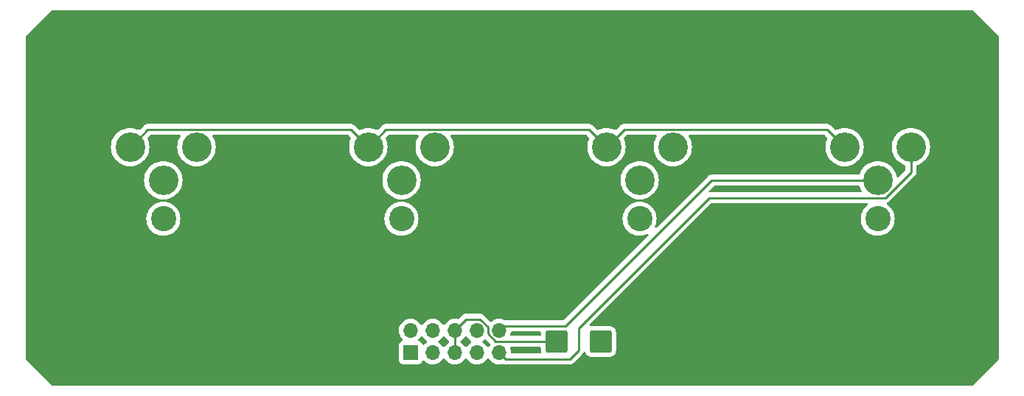
<source format=gbr>
%TF.GenerationSoftware,KiCad,Pcbnew,7.0.6*%
%TF.CreationDate,2023-11-23T12:55:46+01:00*%
%TF.ProjectId,xlrmale,786c726d-616c-4652-9e6b-696361645f70,1*%
%TF.SameCoordinates,Original*%
%TF.FileFunction,Copper,L2,Bot*%
%TF.FilePolarity,Positive*%
%FSLAX46Y46*%
G04 Gerber Fmt 4.6, Leading zero omitted, Abs format (unit mm)*
G04 Created by KiCad (PCBNEW 7.0.6) date 2023-11-23 12:55:46*
%MOMM*%
%LPD*%
G01*
G04 APERTURE LIST*
G04 Aperture macros list*
%AMRoundRect*
0 Rectangle with rounded corners*
0 $1 Rounding radius*
0 $2 $3 $4 $5 $6 $7 $8 $9 X,Y pos of 4 corners*
0 Add a 4 corners polygon primitive as box body*
4,1,4,$2,$3,$4,$5,$6,$7,$8,$9,$2,$3,0*
0 Add four circle primitives for the rounded corners*
1,1,$1+$1,$2,$3*
1,1,$1+$1,$4,$5*
1,1,$1+$1,$6,$7*
1,1,$1+$1,$8,$9*
0 Add four rect primitives between the rounded corners*
20,1,$1+$1,$2,$3,$4,$5,0*
20,1,$1+$1,$4,$5,$6,$7,0*
20,1,$1+$1,$6,$7,$8,$9,0*
20,1,$1+$1,$8,$9,$2,$3,0*%
G04 Aperture macros list end*
%TA.AperFunction,ComponentPad*%
%ADD10C,3.400000*%
%TD*%
%TA.AperFunction,ComponentPad*%
%ADD11C,2.900000*%
%TD*%
%TA.AperFunction,ComponentPad*%
%ADD12RoundRect,0.249999X-1.025001X-1.025001X1.025001X-1.025001X1.025001X1.025001X-1.025001X1.025001X0*%
%TD*%
%TA.AperFunction,ComponentPad*%
%ADD13R,1.700000X1.700000*%
%TD*%
%TA.AperFunction,ComponentPad*%
%ADD14O,1.700000X1.700000*%
%TD*%
%TA.AperFunction,Conductor*%
%ADD15C,0.250000*%
%TD*%
G04 APERTURE END LIST*
D10*
%TO.P,J14,1*%
%TO.N,N/C*%
X124460000Y-91948000D03*
%TO.P,J14,2*%
X132080000Y-91948000D03*
%TO.P,J14,3*%
X128270000Y-95758000D03*
D11*
%TO.P,J14,G*%
X128270000Y-100203000D03*
%TD*%
D12*
%TO.P,J2,1,Pin_1*%
%TO.N,N/C*%
X151130000Y-114300000D03*
%TD*%
D10*
%TO.P,J13,1*%
%TO.N,N/C*%
X97110000Y-91948000D03*
%TO.P,J13,2*%
X104730000Y-91948000D03*
%TO.P,J13,3*%
X100920000Y-95758000D03*
D11*
%TO.P,J13,G*%
X100920000Y-100203000D03*
%TD*%
D13*
%TO.P,J31,1,Pin_1*%
%TO.N,N/C*%
X129316000Y-115590000D03*
D14*
%TO.P,J31,2,Pin_2*%
X129316000Y-113050000D03*
%TO.P,J31,3,Pin_3*%
X131856000Y-115590000D03*
%TO.P,J31,4,Pin_4*%
X131856000Y-113050000D03*
%TO.P,J31,5,Pin_5*%
X134396000Y-115590000D03*
%TO.P,J31,6,Pin_6*%
X134396000Y-113050000D03*
%TO.P,J31,7,Pin_7*%
X136936000Y-115590000D03*
%TO.P,J31,8,Pin_8*%
X136936000Y-113050000D03*
%TO.P,J31,9,Pin_9*%
X139476000Y-115590000D03*
%TO.P,J31,10,Pin_10*%
X139476000Y-113050000D03*
%TD*%
D12*
%TO.P,J34,1,Pin_1*%
%TO.N,N/C*%
X146050000Y-114300000D03*
%TD*%
D10*
%TO.P,J16,1*%
%TO.N,N/C*%
X179160000Y-91948000D03*
%TO.P,J16,2*%
X186780000Y-91948000D03*
%TO.P,J16,3*%
X182970000Y-95758000D03*
D11*
%TO.P,J16,G*%
X182970000Y-100203000D03*
%TD*%
D10*
%TO.P,J15,1*%
%TO.N,N/C*%
X151810000Y-91948000D03*
%TO.P,J15,2*%
X159430000Y-91948000D03*
%TO.P,J15,3*%
X155620000Y-95758000D03*
D11*
%TO.P,J15,G*%
X155620000Y-100203000D03*
%TD*%
D15*
%TO.N,*%
X153835000Y-89923000D02*
X177135000Y-89923000D01*
X122435000Y-89923000D02*
X124460000Y-91948000D01*
X151810000Y-91948000D02*
X153835000Y-89923000D01*
X99135000Y-89923000D02*
X122435000Y-89923000D01*
X126485000Y-89923000D02*
X149785000Y-89923000D01*
X149785000Y-89923000D02*
X151810000Y-91948000D01*
X177135000Y-89923000D02*
X179160000Y-91948000D01*
X124460000Y-91948000D02*
X126485000Y-89923000D01*
X97110000Y-91948000D02*
X99135000Y-89923000D01*
X135686000Y-111760000D02*
X134396000Y-113050000D01*
X138176000Y-113411701D02*
X138176000Y-112628299D01*
X139064299Y-114300000D02*
X138176000Y-113411701D01*
X146050000Y-114300000D02*
X139064299Y-114300000D01*
X138176000Y-112628299D02*
X137307701Y-111760000D01*
X137307701Y-111760000D02*
X135686000Y-111760000D01*
X134396000Y-113050000D02*
X134396000Y-115590000D01*
X147135173Y-112522000D02*
X163899173Y-95758000D01*
X163899173Y-95758000D02*
X182970000Y-95758000D01*
X163583000Y-97783000D02*
X148590000Y-112776000D01*
X139476000Y-113050000D02*
X140004000Y-112522000D01*
X148590000Y-112776000D02*
X148590000Y-115316000D01*
X140004000Y-112522000D02*
X147135173Y-112522000D01*
X186780000Y-91948000D02*
X186780000Y-94811783D01*
X140218000Y-116332000D02*
X139476000Y-115590000D01*
X148590000Y-115316000D02*
X147574000Y-116332000D01*
X147574000Y-116332000D02*
X140218000Y-116332000D01*
X186780000Y-94811783D02*
X183808783Y-97783000D01*
X183808783Y-97783000D02*
X163583000Y-97783000D01*
%TD*%
%TA.AperFunction,NonConductor*%
G36*
X193866177Y-76220185D02*
G01*
X193886819Y-76236819D01*
X196813181Y-79163181D01*
X196846666Y-79224504D01*
X196849500Y-79250862D01*
X196849500Y-116329137D01*
X196829815Y-116396176D01*
X196813181Y-116416818D01*
X193886819Y-119343181D01*
X193825496Y-119376666D01*
X193799138Y-119379500D01*
X88140862Y-119379500D01*
X88073823Y-119359815D01*
X88053181Y-119343181D01*
X85126819Y-116416819D01*
X85093334Y-116355496D01*
X85090500Y-116329138D01*
X85090500Y-113050000D01*
X127960341Y-113050000D01*
X127980936Y-113285403D01*
X127980938Y-113285413D01*
X128042094Y-113513655D01*
X128042096Y-113513659D01*
X128042097Y-113513663D01*
X128111871Y-113663294D01*
X128141965Y-113727830D01*
X128141967Y-113727834D01*
X128250281Y-113882521D01*
X128277504Y-113921400D01*
X128277506Y-113921402D01*
X128399430Y-114043326D01*
X128432915Y-114104649D01*
X128427931Y-114174341D01*
X128386059Y-114230274D01*
X128355083Y-114247189D01*
X128223669Y-114296203D01*
X128223664Y-114296206D01*
X128108455Y-114382452D01*
X128108452Y-114382455D01*
X128022206Y-114497664D01*
X128022202Y-114497671D01*
X127971908Y-114632517D01*
X127965501Y-114692116D01*
X127965500Y-114692135D01*
X127965500Y-116487870D01*
X127965501Y-116487876D01*
X127971908Y-116547483D01*
X128022202Y-116682328D01*
X128022206Y-116682335D01*
X128108452Y-116797544D01*
X128108455Y-116797547D01*
X128223664Y-116883793D01*
X128223671Y-116883797D01*
X128358517Y-116934091D01*
X128358516Y-116934091D01*
X128365444Y-116934835D01*
X128418127Y-116940500D01*
X130213872Y-116940499D01*
X130273483Y-116934091D01*
X130408331Y-116883796D01*
X130523546Y-116797546D01*
X130609796Y-116682331D01*
X130658810Y-116550916D01*
X130700681Y-116494984D01*
X130766145Y-116470566D01*
X130834418Y-116485417D01*
X130862673Y-116506569D01*
X130984599Y-116628495D01*
X131081384Y-116696264D01*
X131178165Y-116764032D01*
X131178167Y-116764033D01*
X131178170Y-116764035D01*
X131392337Y-116863903D01*
X131620592Y-116925063D01*
X131797034Y-116940500D01*
X131855999Y-116945659D01*
X131856000Y-116945659D01*
X131856001Y-116945659D01*
X131914966Y-116940500D01*
X132091408Y-116925063D01*
X132319663Y-116863903D01*
X132533830Y-116764035D01*
X132727401Y-116628495D01*
X132894495Y-116461401D01*
X133024426Y-116275840D01*
X133079001Y-116232217D01*
X133148499Y-116225023D01*
X133210854Y-116256546D01*
X133227574Y-116275841D01*
X133357505Y-116461401D01*
X133524599Y-116628495D01*
X133621384Y-116696264D01*
X133718165Y-116764032D01*
X133718167Y-116764033D01*
X133718170Y-116764035D01*
X133932337Y-116863903D01*
X134160592Y-116925063D01*
X134337034Y-116940500D01*
X134395999Y-116945659D01*
X134396000Y-116945659D01*
X134396001Y-116945659D01*
X134454966Y-116940500D01*
X134631408Y-116925063D01*
X134859663Y-116863903D01*
X135073830Y-116764035D01*
X135267401Y-116628495D01*
X135434495Y-116461401D01*
X135564426Y-116275841D01*
X135619002Y-116232217D01*
X135688500Y-116225023D01*
X135750855Y-116256546D01*
X135767575Y-116275842D01*
X135866287Y-116416818D01*
X135897505Y-116461401D01*
X136064599Y-116628495D01*
X136161384Y-116696265D01*
X136258165Y-116764032D01*
X136258167Y-116764033D01*
X136258170Y-116764035D01*
X136472337Y-116863903D01*
X136700592Y-116925063D01*
X136877034Y-116940500D01*
X136935999Y-116945659D01*
X136936000Y-116945659D01*
X136936001Y-116945659D01*
X136994966Y-116940500D01*
X137171408Y-116925063D01*
X137399663Y-116863903D01*
X137613830Y-116764035D01*
X137807401Y-116628495D01*
X137974495Y-116461401D01*
X138104426Y-116275841D01*
X138159002Y-116232217D01*
X138228500Y-116225023D01*
X138290855Y-116256546D01*
X138307575Y-116275842D01*
X138406287Y-116416818D01*
X138437505Y-116461401D01*
X138604599Y-116628495D01*
X138701384Y-116696265D01*
X138798165Y-116764032D01*
X138798167Y-116764033D01*
X138798170Y-116764035D01*
X139012337Y-116863903D01*
X139240592Y-116925063D01*
X139417034Y-116940500D01*
X139475999Y-116945659D01*
X139476000Y-116945659D01*
X139476001Y-116945659D01*
X139534966Y-116940500D01*
X139711408Y-116925063D01*
X139856206Y-116886264D01*
X139926055Y-116887927D01*
X139948037Y-116897377D01*
X139985908Y-116918197D01*
X140005316Y-116923180D01*
X140023717Y-116929480D01*
X140042104Y-116937437D01*
X140085488Y-116944308D01*
X140088119Y-116944725D01*
X140093839Y-116945909D01*
X140138981Y-116957500D01*
X140159016Y-116957500D01*
X140178414Y-116959026D01*
X140198194Y-116962159D01*
X140198195Y-116962160D01*
X140198195Y-116962159D01*
X140198196Y-116962160D01*
X140244583Y-116957775D01*
X140250422Y-116957500D01*
X147491257Y-116957500D01*
X147506877Y-116959224D01*
X147506904Y-116958939D01*
X147514660Y-116959671D01*
X147514667Y-116959673D01*
X147583814Y-116957500D01*
X147613350Y-116957500D01*
X147620228Y-116956630D01*
X147626041Y-116956172D01*
X147672627Y-116954709D01*
X147691869Y-116949117D01*
X147710912Y-116945174D01*
X147730792Y-116942664D01*
X147774122Y-116925507D01*
X147779646Y-116923617D01*
X147783396Y-116922527D01*
X147824390Y-116910618D01*
X147841629Y-116900422D01*
X147859103Y-116891862D01*
X147877727Y-116884488D01*
X147877727Y-116884487D01*
X147877732Y-116884486D01*
X147915449Y-116857082D01*
X147920305Y-116853892D01*
X147960420Y-116830170D01*
X147974589Y-116815999D01*
X147989379Y-116803368D01*
X148005587Y-116791594D01*
X148035299Y-116755676D01*
X148039212Y-116751376D01*
X148973787Y-115816802D01*
X148986042Y-115806986D01*
X148985859Y-115806764D01*
X148991866Y-115801792D01*
X148991877Y-115801786D01*
X149022775Y-115768882D01*
X149039227Y-115751364D01*
X149049671Y-115740918D01*
X149060120Y-115730471D01*
X149064379Y-115724978D01*
X149068152Y-115720561D01*
X149100062Y-115686582D01*
X149109715Y-115669020D01*
X149120389Y-115652770D01*
X149132673Y-115636936D01*
X149151180Y-115594167D01*
X149153749Y-115588924D01*
X149171581Y-115556489D01*
X149221128Y-115507226D01*
X149289443Y-115492570D01*
X149354837Y-115517175D01*
X149396548Y-115573228D01*
X149397940Y-115577201D01*
X149409910Y-115613324D01*
X149420185Y-115644332D01*
X149420187Y-115644337D01*
X149438092Y-115673366D01*
X149512288Y-115793656D01*
X149636344Y-115917712D01*
X149785665Y-116009814D01*
X149952202Y-116064999D01*
X150054990Y-116075500D01*
X150054995Y-116075500D01*
X152205005Y-116075500D01*
X152205010Y-116075500D01*
X152307798Y-116064999D01*
X152474335Y-116009814D01*
X152623656Y-115917712D01*
X152747712Y-115793656D01*
X152839814Y-115644335D01*
X152894999Y-115477798D01*
X152905500Y-115375010D01*
X152905500Y-113224990D01*
X152894999Y-113122202D01*
X152839814Y-112955665D01*
X152747712Y-112806344D01*
X152623656Y-112682288D01*
X152474335Y-112590186D01*
X152307798Y-112535001D01*
X152307796Y-112535000D01*
X152205017Y-112524500D01*
X152205010Y-112524500D01*
X150054990Y-112524500D01*
X150054986Y-112524500D01*
X150054970Y-112524501D01*
X150035408Y-112526499D01*
X149966715Y-112513727D01*
X149915832Y-112465845D01*
X149898914Y-112398055D01*
X149921332Y-112331879D01*
X149935123Y-112315466D01*
X163805771Y-98444819D01*
X163867095Y-98411334D01*
X163893453Y-98408500D01*
X181739860Y-98408500D01*
X181806899Y-98428185D01*
X181852654Y-98480989D01*
X181862598Y-98550147D01*
X181833573Y-98613703D01*
X181814170Y-98631767D01*
X181689439Y-98725138D01*
X181689421Y-98725154D01*
X181492154Y-98922421D01*
X181492138Y-98922439D01*
X181324945Y-99145784D01*
X181324940Y-99145792D01*
X181191233Y-99390657D01*
X181191231Y-99390661D01*
X181093727Y-99652083D01*
X181034422Y-99924700D01*
X181014518Y-100202998D01*
X181014518Y-100203001D01*
X181034422Y-100481299D01*
X181093727Y-100753916D01*
X181093729Y-100753923D01*
X181154266Y-100916230D01*
X181191231Y-101015338D01*
X181191233Y-101015342D01*
X181324940Y-101260207D01*
X181324945Y-101260215D01*
X181492138Y-101483560D01*
X181492154Y-101483578D01*
X181689421Y-101680845D01*
X181689439Y-101680861D01*
X181912784Y-101848054D01*
X181912792Y-101848059D01*
X182157657Y-101981766D01*
X182157659Y-101981767D01*
X182157663Y-101981769D01*
X182419077Y-102079271D01*
X182510179Y-102099089D01*
X182691700Y-102138577D01*
X182691702Y-102138577D01*
X182691706Y-102138578D01*
X182939014Y-102156265D01*
X182969999Y-102158482D01*
X182970000Y-102158482D01*
X182970001Y-102158482D01*
X182997881Y-102156487D01*
X183248294Y-102138578D01*
X183520923Y-102079271D01*
X183782337Y-101981769D01*
X184027213Y-101848056D01*
X184250568Y-101680855D01*
X184447855Y-101483568D01*
X184615056Y-101260213D01*
X184748769Y-101015337D01*
X184846271Y-100753923D01*
X184905578Y-100481294D01*
X184925482Y-100203000D01*
X184905578Y-99924706D01*
X184846271Y-99652077D01*
X184748769Y-99390663D01*
X184615056Y-99145787D01*
X184615054Y-99145784D01*
X184447861Y-98922439D01*
X184447845Y-98922421D01*
X184250578Y-98725154D01*
X184250560Y-98725138D01*
X184043599Y-98570210D01*
X184001727Y-98514277D01*
X183996743Y-98444585D01*
X184030228Y-98383262D01*
X184054785Y-98364213D01*
X184059173Y-98361618D01*
X184076412Y-98351422D01*
X184093886Y-98342862D01*
X184112510Y-98335488D01*
X184112510Y-98335487D01*
X184112515Y-98335486D01*
X184150232Y-98308082D01*
X184155088Y-98304892D01*
X184195203Y-98281170D01*
X184209372Y-98266999D01*
X184224162Y-98254368D01*
X184240370Y-98242594D01*
X184270082Y-98206676D01*
X184273995Y-98202376D01*
X187163788Y-95312584D01*
X187176042Y-95302769D01*
X187175859Y-95302547D01*
X187181866Y-95297575D01*
X187181877Y-95297569D01*
X187217316Y-95259830D01*
X187229227Y-95247147D01*
X187239671Y-95236701D01*
X187250120Y-95226254D01*
X187254379Y-95220761D01*
X187258152Y-95216344D01*
X187290062Y-95182365D01*
X187299713Y-95164807D01*
X187310396Y-95148544D01*
X187322673Y-95132719D01*
X187341185Y-95089936D01*
X187343738Y-95084724D01*
X187366197Y-95043875D01*
X187371180Y-95024463D01*
X187377481Y-95006063D01*
X187385437Y-94987679D01*
X187392729Y-94941635D01*
X187393906Y-94935954D01*
X187405500Y-94890802D01*
X187405500Y-94870765D01*
X187407027Y-94851365D01*
X187410160Y-94831587D01*
X187405775Y-94785198D01*
X187405500Y-94779360D01*
X187405500Y-94148353D01*
X187425185Y-94081314D01*
X187477989Y-94035559D01*
X187489627Y-94030938D01*
X187623902Y-93985359D01*
X187882611Y-93857778D01*
X188122454Y-93697520D01*
X188339327Y-93507327D01*
X188529520Y-93290454D01*
X188689778Y-93050611D01*
X188817359Y-92791902D01*
X188910081Y-92518753D01*
X188966356Y-92235839D01*
X188985222Y-91948000D01*
X188966356Y-91660161D01*
X188910081Y-91377247D01*
X188817359Y-91104098D01*
X188689778Y-90845389D01*
X188529520Y-90605546D01*
X188490141Y-90560643D01*
X188339327Y-90388672D01*
X188122452Y-90198478D01*
X187882613Y-90038223D01*
X187882606Y-90038219D01*
X187623905Y-89910642D01*
X187350760Y-89817921D01*
X187350754Y-89817919D01*
X187350753Y-89817919D01*
X187350751Y-89817918D01*
X187350745Y-89817917D01*
X187067849Y-89761646D01*
X187067839Y-89761644D01*
X186780000Y-89742778D01*
X186779999Y-89742778D01*
X186636080Y-89752211D01*
X186492161Y-89761644D01*
X186492155Y-89761645D01*
X186492150Y-89761646D01*
X186209254Y-89817917D01*
X186209239Y-89817921D01*
X185936094Y-89910642D01*
X185677393Y-90038219D01*
X185677386Y-90038223D01*
X185437547Y-90198478D01*
X185220672Y-90388672D01*
X185030478Y-90605547D01*
X184870223Y-90845386D01*
X184870219Y-90845393D01*
X184742642Y-91104094D01*
X184649921Y-91377239D01*
X184649917Y-91377254D01*
X184593646Y-91660150D01*
X184593644Y-91660162D01*
X184574778Y-91947999D01*
X184593644Y-92235837D01*
X184593646Y-92235849D01*
X184649917Y-92518745D01*
X184649921Y-92518760D01*
X184742642Y-92791905D01*
X184870219Y-93050606D01*
X184870223Y-93050613D01*
X185030478Y-93290452D01*
X185220672Y-93507327D01*
X185437547Y-93697521D01*
X185677386Y-93857776D01*
X185677393Y-93857780D01*
X185936093Y-93985357D01*
X185936096Y-93985358D01*
X185936098Y-93985359D01*
X186070360Y-94030934D01*
X186127512Y-94071122D01*
X186153866Y-94135831D01*
X186154500Y-94148353D01*
X186154500Y-94501329D01*
X186134815Y-94568368D01*
X186118181Y-94589010D01*
X185333780Y-95373410D01*
X185272457Y-95406895D01*
X185202765Y-95401911D01*
X185146832Y-95360039D01*
X185124482Y-95309920D01*
X185100081Y-95187247D01*
X185007359Y-94914098D01*
X184879778Y-94655389D01*
X184835425Y-94589010D01*
X184719521Y-94415547D01*
X184529327Y-94198672D01*
X184312452Y-94008478D01*
X184072613Y-93848223D01*
X184072606Y-93848219D01*
X183813905Y-93720642D01*
X183540760Y-93627921D01*
X183540754Y-93627919D01*
X183540753Y-93627919D01*
X183540751Y-93627918D01*
X183540745Y-93627917D01*
X183257849Y-93571646D01*
X183257839Y-93571644D01*
X182970000Y-93552778D01*
X182682161Y-93571644D01*
X182682155Y-93571645D01*
X182682150Y-93571646D01*
X182399254Y-93627917D01*
X182399239Y-93627921D01*
X182126094Y-93720642D01*
X181867393Y-93848219D01*
X181867386Y-93848223D01*
X181627547Y-94008478D01*
X181410672Y-94198672D01*
X181220478Y-94415547D01*
X181060223Y-94655386D01*
X181060219Y-94655393D01*
X180932642Y-94914094D01*
X180887065Y-95048359D01*
X180846876Y-95105513D01*
X180782167Y-95131866D01*
X180769646Y-95132500D01*
X163981911Y-95132500D01*
X163966294Y-95130776D01*
X163966267Y-95131062D01*
X163958505Y-95130327D01*
X163889377Y-95132500D01*
X163859823Y-95132500D01*
X163859102Y-95132590D01*
X163852930Y-95133369D01*
X163847118Y-95133826D01*
X163800546Y-95135290D01*
X163800545Y-95135290D01*
X163781302Y-95140881D01*
X163762252Y-95144825D01*
X163742384Y-95147334D01*
X163742382Y-95147335D01*
X163699057Y-95164488D01*
X163693530Y-95166380D01*
X163648783Y-95179381D01*
X163648782Y-95179382D01*
X163631540Y-95189579D01*
X163614072Y-95198137D01*
X163595442Y-95205513D01*
X163595440Y-95205514D01*
X163557749Y-95232898D01*
X163552867Y-95236105D01*
X163512752Y-95259830D01*
X163498581Y-95274000D01*
X163483796Y-95286628D01*
X163467585Y-95298407D01*
X163437882Y-95334310D01*
X163433950Y-95338631D01*
X157577415Y-101195165D01*
X157516092Y-101228650D01*
X157446400Y-101223666D01*
X157390467Y-101181794D01*
X157366050Y-101116330D01*
X157380902Y-101048057D01*
X157398769Y-101015337D01*
X157496271Y-100753923D01*
X157555578Y-100481294D01*
X157575482Y-100203000D01*
X157555578Y-99924706D01*
X157496271Y-99652077D01*
X157398769Y-99390663D01*
X157265056Y-99145787D01*
X157265054Y-99145784D01*
X157097861Y-98922439D01*
X157097845Y-98922421D01*
X156900578Y-98725154D01*
X156900560Y-98725138D01*
X156677215Y-98557945D01*
X156677207Y-98557940D01*
X156432342Y-98424233D01*
X156432338Y-98424231D01*
X156301504Y-98375433D01*
X156170923Y-98326729D01*
X156170919Y-98326728D01*
X156170916Y-98326727D01*
X155898299Y-98267422D01*
X155620001Y-98247518D01*
X155619999Y-98247518D01*
X155341700Y-98267422D01*
X155069083Y-98326727D01*
X155069078Y-98326728D01*
X155069077Y-98326729D01*
X155025823Y-98342862D01*
X154807661Y-98424231D01*
X154807657Y-98424233D01*
X154562792Y-98557940D01*
X154562784Y-98557945D01*
X154339439Y-98725138D01*
X154339421Y-98725154D01*
X154142154Y-98922421D01*
X154142138Y-98922439D01*
X153974945Y-99145784D01*
X153974940Y-99145792D01*
X153841233Y-99390657D01*
X153841231Y-99390661D01*
X153743727Y-99652083D01*
X153684422Y-99924700D01*
X153664518Y-100202998D01*
X153664518Y-100203001D01*
X153684422Y-100481299D01*
X153743727Y-100753916D01*
X153743729Y-100753923D01*
X153804266Y-100916230D01*
X153841231Y-101015338D01*
X153841233Y-101015342D01*
X153974940Y-101260207D01*
X153974945Y-101260215D01*
X154142138Y-101483560D01*
X154142154Y-101483578D01*
X154339421Y-101680845D01*
X154339439Y-101680861D01*
X154562784Y-101848054D01*
X154562792Y-101848059D01*
X154807657Y-101981766D01*
X154807659Y-101981767D01*
X154807663Y-101981769D01*
X155069077Y-102079271D01*
X155160179Y-102099089D01*
X155341700Y-102138577D01*
X155341702Y-102138577D01*
X155341706Y-102138578D01*
X155589014Y-102156265D01*
X155619999Y-102158482D01*
X155620000Y-102158482D01*
X155620001Y-102158482D01*
X155647881Y-102156487D01*
X155898294Y-102138578D01*
X156170923Y-102079271D01*
X156432337Y-101981769D01*
X156465056Y-101963902D01*
X156533327Y-101949050D01*
X156598792Y-101973465D01*
X156640665Y-102029398D01*
X156645651Y-102099089D01*
X156612167Y-102160413D01*
X156612165Y-102160415D01*
X146912401Y-111860181D01*
X146851078Y-111893666D01*
X146824720Y-111896500D01*
X140222254Y-111896500D01*
X140158960Y-111877914D01*
X140158522Y-111878674D01*
X140155391Y-111876866D01*
X140155215Y-111876815D01*
X140154679Y-111876455D01*
X140153830Y-111875965D01*
X140119981Y-111860181D01*
X139939663Y-111776097D01*
X139939659Y-111776096D01*
X139939655Y-111776094D01*
X139711413Y-111714938D01*
X139711403Y-111714936D01*
X139476001Y-111694341D01*
X139475999Y-111694341D01*
X139240596Y-111714936D01*
X139240586Y-111714938D01*
X139012344Y-111776094D01*
X139012335Y-111776098D01*
X138798171Y-111875964D01*
X138798169Y-111875965D01*
X138604594Y-112011508D01*
X138604190Y-112011847D01*
X138603976Y-112011940D01*
X138600164Y-112014610D01*
X138599627Y-112013843D01*
X138540178Y-112039850D01*
X138471187Y-112028800D01*
X138436818Y-112004526D01*
X137808504Y-111376212D01*
X137798681Y-111363950D01*
X137798460Y-111364134D01*
X137793487Y-111358123D01*
X137774860Y-111340631D01*
X137743065Y-111310773D01*
X137732620Y-111300328D01*
X137722176Y-111289883D01*
X137716687Y-111285625D01*
X137712262Y-111281847D01*
X137678283Y-111249938D01*
X137678281Y-111249936D01*
X137678278Y-111249935D01*
X137660730Y-111240288D01*
X137644464Y-111229604D01*
X137628634Y-111217325D01*
X137585869Y-111198818D01*
X137580623Y-111196248D01*
X137539794Y-111173803D01*
X137539793Y-111173802D01*
X137520394Y-111168822D01*
X137501982Y-111162518D01*
X137483599Y-111154562D01*
X137483593Y-111154560D01*
X137437575Y-111147272D01*
X137431853Y-111146087D01*
X137386722Y-111134500D01*
X137386720Y-111134500D01*
X137366685Y-111134500D01*
X137347287Y-111132973D01*
X137339863Y-111131797D01*
X137327506Y-111129840D01*
X137327505Y-111129840D01*
X137281117Y-111134225D01*
X137275279Y-111134500D01*
X135768737Y-111134500D01*
X135753120Y-111132776D01*
X135753093Y-111133062D01*
X135745331Y-111132327D01*
X135676203Y-111134500D01*
X135646650Y-111134500D01*
X135645929Y-111134590D01*
X135639757Y-111135369D01*
X135633945Y-111135826D01*
X135587372Y-111137290D01*
X135587369Y-111137291D01*
X135568126Y-111142881D01*
X135549083Y-111146825D01*
X135529204Y-111149336D01*
X135529203Y-111149337D01*
X135485878Y-111166490D01*
X135480352Y-111168382D01*
X135435608Y-111181383D01*
X135435604Y-111181385D01*
X135418365Y-111191580D01*
X135400898Y-111200137D01*
X135382269Y-111207512D01*
X135382267Y-111207513D01*
X135344564Y-111234906D01*
X135339682Y-111238112D01*
X135299580Y-111261828D01*
X135285408Y-111276000D01*
X135270623Y-111288628D01*
X135254412Y-111300407D01*
X135224709Y-111336310D01*
X135220777Y-111340631D01*
X134851646Y-111709761D01*
X134790323Y-111743246D01*
X134731873Y-111741855D01*
X134631408Y-111714937D01*
X134396001Y-111694341D01*
X134395999Y-111694341D01*
X134160596Y-111714936D01*
X134160586Y-111714938D01*
X133932344Y-111776094D01*
X133932335Y-111776098D01*
X133718171Y-111875964D01*
X133718169Y-111875965D01*
X133524597Y-112011505D01*
X133357508Y-112178594D01*
X133227574Y-112364160D01*
X133172997Y-112407784D01*
X133103498Y-112414977D01*
X133041144Y-112383455D01*
X133024429Y-112364164D01*
X132894495Y-112178599D01*
X132894493Y-112178596D01*
X132727402Y-112011506D01*
X132727395Y-112011501D01*
X132533834Y-111875967D01*
X132533830Y-111875965D01*
X132499981Y-111860181D01*
X132319663Y-111776097D01*
X132319659Y-111776096D01*
X132319655Y-111776094D01*
X132091413Y-111714938D01*
X132091403Y-111714936D01*
X131856001Y-111694341D01*
X131855999Y-111694341D01*
X131620596Y-111714936D01*
X131620586Y-111714938D01*
X131392344Y-111776094D01*
X131392335Y-111776098D01*
X131178171Y-111875964D01*
X131178169Y-111875965D01*
X130984597Y-112011505D01*
X130817505Y-112178597D01*
X130687575Y-112364158D01*
X130632998Y-112407783D01*
X130563500Y-112414977D01*
X130501145Y-112383454D01*
X130484425Y-112364158D01*
X130354494Y-112178597D01*
X130187402Y-112011506D01*
X130187395Y-112011501D01*
X129993834Y-111875967D01*
X129993830Y-111875965D01*
X129959981Y-111860181D01*
X129779663Y-111776097D01*
X129779659Y-111776096D01*
X129779655Y-111776094D01*
X129551413Y-111714938D01*
X129551403Y-111714936D01*
X129316001Y-111694341D01*
X129315999Y-111694341D01*
X129080596Y-111714936D01*
X129080586Y-111714938D01*
X128852344Y-111776094D01*
X128852335Y-111776098D01*
X128638171Y-111875964D01*
X128638169Y-111875965D01*
X128444597Y-112011505D01*
X128277505Y-112178597D01*
X128141965Y-112372169D01*
X128141964Y-112372171D01*
X128042098Y-112586335D01*
X128042094Y-112586344D01*
X127980938Y-112814586D01*
X127980936Y-112814596D01*
X127960341Y-113049999D01*
X127960341Y-113050000D01*
X85090500Y-113050000D01*
X85090500Y-100203001D01*
X98964518Y-100203001D01*
X98984422Y-100481299D01*
X99043727Y-100753916D01*
X99043729Y-100753923D01*
X99104266Y-100916230D01*
X99141231Y-101015338D01*
X99141233Y-101015342D01*
X99274940Y-101260207D01*
X99274945Y-101260215D01*
X99442138Y-101483560D01*
X99442154Y-101483578D01*
X99639421Y-101680845D01*
X99639439Y-101680861D01*
X99862784Y-101848054D01*
X99862792Y-101848059D01*
X100107657Y-101981766D01*
X100107659Y-101981767D01*
X100107663Y-101981769D01*
X100369077Y-102079271D01*
X100460179Y-102099089D01*
X100641700Y-102138577D01*
X100641702Y-102138577D01*
X100641706Y-102138578D01*
X100889014Y-102156265D01*
X100919999Y-102158482D01*
X100920000Y-102158482D01*
X100920001Y-102158482D01*
X100947881Y-102156487D01*
X101198294Y-102138578D01*
X101470923Y-102079271D01*
X101732337Y-101981769D01*
X101977213Y-101848056D01*
X102200568Y-101680855D01*
X102397855Y-101483568D01*
X102565056Y-101260213D01*
X102698769Y-101015337D01*
X102796271Y-100753923D01*
X102855578Y-100481294D01*
X102875482Y-100203001D01*
X126314518Y-100203001D01*
X126334422Y-100481299D01*
X126393727Y-100753916D01*
X126393729Y-100753923D01*
X126454266Y-100916230D01*
X126491231Y-101015338D01*
X126491233Y-101015342D01*
X126624940Y-101260207D01*
X126624945Y-101260215D01*
X126792138Y-101483560D01*
X126792154Y-101483578D01*
X126989421Y-101680845D01*
X126989439Y-101680861D01*
X127212784Y-101848054D01*
X127212792Y-101848059D01*
X127457657Y-101981766D01*
X127457659Y-101981767D01*
X127457663Y-101981769D01*
X127719077Y-102079271D01*
X127810179Y-102099089D01*
X127991700Y-102138577D01*
X127991702Y-102138577D01*
X127991706Y-102138578D01*
X128239014Y-102156265D01*
X128269999Y-102158482D01*
X128270000Y-102158482D01*
X128270001Y-102158482D01*
X128297881Y-102156487D01*
X128548294Y-102138578D01*
X128820923Y-102079271D01*
X129082337Y-101981769D01*
X129327213Y-101848056D01*
X129550568Y-101680855D01*
X129747855Y-101483568D01*
X129915056Y-101260213D01*
X130048769Y-101015337D01*
X130146271Y-100753923D01*
X130205578Y-100481294D01*
X130225482Y-100203000D01*
X130205578Y-99924706D01*
X130146271Y-99652077D01*
X130048769Y-99390663D01*
X129915056Y-99145787D01*
X129915054Y-99145784D01*
X129747861Y-98922439D01*
X129747845Y-98922421D01*
X129550578Y-98725154D01*
X129550560Y-98725138D01*
X129327215Y-98557945D01*
X129327207Y-98557940D01*
X129082342Y-98424233D01*
X129082338Y-98424231D01*
X128951504Y-98375433D01*
X128820923Y-98326729D01*
X128820919Y-98326728D01*
X128820916Y-98326727D01*
X128548299Y-98267422D01*
X128270001Y-98247518D01*
X128269999Y-98247518D01*
X127991700Y-98267422D01*
X127719083Y-98326727D01*
X127719078Y-98326728D01*
X127719077Y-98326729D01*
X127675823Y-98342862D01*
X127457661Y-98424231D01*
X127457657Y-98424233D01*
X127212792Y-98557940D01*
X127212784Y-98557945D01*
X126989439Y-98725138D01*
X126989421Y-98725154D01*
X126792154Y-98922421D01*
X126792138Y-98922439D01*
X126624945Y-99145784D01*
X126624940Y-99145792D01*
X126491233Y-99390657D01*
X126491231Y-99390661D01*
X126393727Y-99652083D01*
X126334422Y-99924700D01*
X126314518Y-100202998D01*
X126314518Y-100203001D01*
X102875482Y-100203001D01*
X102875482Y-100203000D01*
X102855578Y-99924706D01*
X102796271Y-99652077D01*
X102698769Y-99390663D01*
X102565056Y-99145787D01*
X102565054Y-99145784D01*
X102397861Y-98922439D01*
X102397845Y-98922421D01*
X102200578Y-98725154D01*
X102200560Y-98725138D01*
X101977215Y-98557945D01*
X101977207Y-98557940D01*
X101732342Y-98424233D01*
X101732338Y-98424231D01*
X101601504Y-98375433D01*
X101470923Y-98326729D01*
X101470919Y-98326728D01*
X101470916Y-98326727D01*
X101198299Y-98267422D01*
X100920001Y-98247518D01*
X100919999Y-98247518D01*
X100641700Y-98267422D01*
X100369083Y-98326727D01*
X100369078Y-98326728D01*
X100369077Y-98326729D01*
X100325823Y-98342862D01*
X100107661Y-98424231D01*
X100107657Y-98424233D01*
X99862792Y-98557940D01*
X99862784Y-98557945D01*
X99639439Y-98725138D01*
X99639421Y-98725154D01*
X99442154Y-98922421D01*
X99442138Y-98922439D01*
X99274945Y-99145784D01*
X99274940Y-99145792D01*
X99141233Y-99390657D01*
X99141231Y-99390661D01*
X99043727Y-99652083D01*
X98984422Y-99924700D01*
X98964518Y-100202998D01*
X98964518Y-100203001D01*
X85090500Y-100203001D01*
X85090500Y-95758000D01*
X98714778Y-95758000D01*
X98733644Y-96045837D01*
X98733646Y-96045849D01*
X98789917Y-96328745D01*
X98789921Y-96328760D01*
X98882642Y-96601905D01*
X99010219Y-96860606D01*
X99010223Y-96860613D01*
X99170478Y-97100452D01*
X99360672Y-97317327D01*
X99577546Y-97507520D01*
X99817389Y-97667778D01*
X100076098Y-97795359D01*
X100349247Y-97888081D01*
X100632161Y-97944356D01*
X100920000Y-97963222D01*
X101207839Y-97944356D01*
X101490753Y-97888081D01*
X101763902Y-97795359D01*
X102022611Y-97667778D01*
X102262454Y-97507520D01*
X102479327Y-97317327D01*
X102669520Y-97100454D01*
X102829778Y-96860611D01*
X102957359Y-96601902D01*
X103050081Y-96328753D01*
X103106356Y-96045839D01*
X103125222Y-95758000D01*
X103125222Y-95757999D01*
X126064778Y-95757999D01*
X126083644Y-96045837D01*
X126083646Y-96045849D01*
X126139917Y-96328745D01*
X126139921Y-96328760D01*
X126232642Y-96601905D01*
X126360219Y-96860606D01*
X126360223Y-96860613D01*
X126520478Y-97100452D01*
X126710672Y-97317327D01*
X126927546Y-97507520D01*
X127167389Y-97667778D01*
X127426098Y-97795359D01*
X127699247Y-97888081D01*
X127982161Y-97944356D01*
X128270000Y-97963222D01*
X128557839Y-97944356D01*
X128840753Y-97888081D01*
X129113902Y-97795359D01*
X129372611Y-97667778D01*
X129612454Y-97507520D01*
X129829327Y-97317327D01*
X130019520Y-97100454D01*
X130179778Y-96860611D01*
X130307359Y-96601902D01*
X130400081Y-96328753D01*
X130456356Y-96045839D01*
X130475222Y-95758000D01*
X153414778Y-95758000D01*
X153433644Y-96045837D01*
X153433646Y-96045849D01*
X153489917Y-96328745D01*
X153489921Y-96328760D01*
X153582642Y-96601905D01*
X153710219Y-96860606D01*
X153710223Y-96860613D01*
X153870478Y-97100452D01*
X154060672Y-97317327D01*
X154277546Y-97507520D01*
X154517389Y-97667778D01*
X154776098Y-97795359D01*
X155049247Y-97888081D01*
X155332161Y-97944356D01*
X155620000Y-97963222D01*
X155907839Y-97944356D01*
X156190753Y-97888081D01*
X156463902Y-97795359D01*
X156722611Y-97667778D01*
X156962454Y-97507520D01*
X157179327Y-97317327D01*
X157369520Y-97100454D01*
X157529778Y-96860611D01*
X157657359Y-96601902D01*
X157750081Y-96328753D01*
X157806356Y-96045839D01*
X157825222Y-95758000D01*
X157806356Y-95470161D01*
X157750081Y-95187247D01*
X157657359Y-94914098D01*
X157529778Y-94655389D01*
X157485425Y-94589010D01*
X157369521Y-94415547D01*
X157179327Y-94198672D01*
X156962452Y-94008478D01*
X156722613Y-93848223D01*
X156722606Y-93848219D01*
X156463905Y-93720642D01*
X156190760Y-93627921D01*
X156190754Y-93627919D01*
X156190753Y-93627919D01*
X156190751Y-93627918D01*
X156190745Y-93627917D01*
X155907849Y-93571646D01*
X155907839Y-93571644D01*
X155620000Y-93552778D01*
X155332161Y-93571644D01*
X155332155Y-93571645D01*
X155332150Y-93571646D01*
X155049254Y-93627917D01*
X155049239Y-93627921D01*
X154776094Y-93720642D01*
X154517393Y-93848219D01*
X154517386Y-93848223D01*
X154277547Y-94008478D01*
X154060672Y-94198672D01*
X153870478Y-94415547D01*
X153710223Y-94655386D01*
X153710219Y-94655393D01*
X153582642Y-94914094D01*
X153489921Y-95187239D01*
X153489917Y-95187254D01*
X153433646Y-95470150D01*
X153433644Y-95470162D01*
X153414778Y-95758000D01*
X130475222Y-95758000D01*
X130456356Y-95470161D01*
X130400081Y-95187247D01*
X130307359Y-94914098D01*
X130179778Y-94655389D01*
X130135425Y-94589010D01*
X130019521Y-94415547D01*
X129829327Y-94198672D01*
X129612452Y-94008478D01*
X129372613Y-93848223D01*
X129372606Y-93848219D01*
X129113905Y-93720642D01*
X128840760Y-93627921D01*
X128840754Y-93627919D01*
X128840753Y-93627919D01*
X128840751Y-93627918D01*
X128840745Y-93627917D01*
X128557849Y-93571646D01*
X128557839Y-93571644D01*
X128270000Y-93552778D01*
X127982161Y-93571644D01*
X127982155Y-93571645D01*
X127982150Y-93571646D01*
X127699254Y-93627917D01*
X127699239Y-93627921D01*
X127426094Y-93720642D01*
X127167393Y-93848219D01*
X127167386Y-93848223D01*
X126927547Y-94008478D01*
X126710672Y-94198672D01*
X126520478Y-94415547D01*
X126360223Y-94655386D01*
X126360219Y-94655393D01*
X126232642Y-94914094D01*
X126139921Y-95187239D01*
X126139917Y-95187254D01*
X126083646Y-95470150D01*
X126083644Y-95470162D01*
X126064778Y-95757999D01*
X103125222Y-95757999D01*
X103106356Y-95470161D01*
X103050081Y-95187247D01*
X102957359Y-94914098D01*
X102829778Y-94655389D01*
X102785425Y-94589010D01*
X102669521Y-94415547D01*
X102479327Y-94198672D01*
X102262452Y-94008478D01*
X102022613Y-93848223D01*
X102022606Y-93848219D01*
X101763905Y-93720642D01*
X101490760Y-93627921D01*
X101490754Y-93627919D01*
X101490753Y-93627919D01*
X101490751Y-93627918D01*
X101490745Y-93627917D01*
X101207849Y-93571646D01*
X101207839Y-93571644D01*
X100920000Y-93552778D01*
X100919999Y-93552778D01*
X100776080Y-93562210D01*
X100632161Y-93571644D01*
X100632155Y-93571645D01*
X100632150Y-93571646D01*
X100349254Y-93627917D01*
X100349239Y-93627921D01*
X100076094Y-93720642D01*
X99817393Y-93848219D01*
X99817386Y-93848223D01*
X99577547Y-94008478D01*
X99360672Y-94198672D01*
X99170478Y-94415547D01*
X99010223Y-94655386D01*
X99010219Y-94655393D01*
X98882642Y-94914094D01*
X98789921Y-95187239D01*
X98789917Y-95187254D01*
X98733646Y-95470150D01*
X98733644Y-95470162D01*
X98714778Y-95758000D01*
X85090500Y-95758000D01*
X85090500Y-91948000D01*
X94904778Y-91948000D01*
X94923644Y-92235837D01*
X94923646Y-92235849D01*
X94979917Y-92518745D01*
X94979921Y-92518760D01*
X95072642Y-92791905D01*
X95200219Y-93050606D01*
X95200223Y-93050613D01*
X95360478Y-93290452D01*
X95550672Y-93507327D01*
X95767547Y-93697521D01*
X95993083Y-93848219D01*
X96007389Y-93857778D01*
X96266098Y-93985359D01*
X96539247Y-94078081D01*
X96822161Y-94134356D01*
X97110000Y-94153222D01*
X97397839Y-94134356D01*
X97680753Y-94078081D01*
X97953902Y-93985359D01*
X98212611Y-93857778D01*
X98452454Y-93697520D01*
X98669327Y-93507327D01*
X98859520Y-93290454D01*
X99019778Y-93050611D01*
X99147359Y-92791902D01*
X99240081Y-92518753D01*
X99296356Y-92235839D01*
X99315222Y-91948000D01*
X99296356Y-91660161D01*
X99240081Y-91377247D01*
X99147359Y-91104098D01*
X99084647Y-90976932D01*
X99072651Y-90908103D01*
X99099773Y-90843711D01*
X99108156Y-90834432D01*
X99357773Y-90584817D01*
X99419096Y-90551334D01*
X99445453Y-90548500D01*
X102786610Y-90548500D01*
X102853649Y-90568185D01*
X102899404Y-90620989D01*
X102909348Y-90690147D01*
X102889713Y-90741388D01*
X102841437Y-90813637D01*
X102820219Y-90845393D01*
X102692642Y-91104094D01*
X102599921Y-91377239D01*
X102599917Y-91377254D01*
X102543646Y-91660150D01*
X102543644Y-91660162D01*
X102524778Y-91948000D01*
X102543644Y-92235837D01*
X102543646Y-92235849D01*
X102599917Y-92518745D01*
X102599921Y-92518760D01*
X102692642Y-92791905D01*
X102820219Y-93050606D01*
X102820223Y-93050613D01*
X102980478Y-93290452D01*
X103170672Y-93507327D01*
X103387547Y-93697521D01*
X103613083Y-93848219D01*
X103627389Y-93857778D01*
X103886098Y-93985359D01*
X104159247Y-94078081D01*
X104442161Y-94134356D01*
X104730000Y-94153222D01*
X105017839Y-94134356D01*
X105300753Y-94078081D01*
X105573902Y-93985359D01*
X105832611Y-93857778D01*
X106072454Y-93697520D01*
X106289327Y-93507327D01*
X106479520Y-93290454D01*
X106639778Y-93050611D01*
X106767359Y-92791902D01*
X106860081Y-92518753D01*
X106916356Y-92235839D01*
X106935222Y-91948000D01*
X106916356Y-91660161D01*
X106860081Y-91377247D01*
X106767359Y-91104098D01*
X106639778Y-90845389D01*
X106570287Y-90741388D01*
X106549410Y-90674713D01*
X106567895Y-90607333D01*
X106619873Y-90560643D01*
X106673390Y-90548500D01*
X122124548Y-90548500D01*
X122191587Y-90568185D01*
X122212229Y-90584819D01*
X122461819Y-90834409D01*
X122495304Y-90895732D01*
X122490320Y-90965424D01*
X122485351Y-90976933D01*
X122422646Y-91104087D01*
X122422639Y-91104102D01*
X122329921Y-91377239D01*
X122329917Y-91377254D01*
X122273646Y-91660150D01*
X122273644Y-91660162D01*
X122254778Y-91947999D01*
X122273644Y-92235837D01*
X122273646Y-92235849D01*
X122329917Y-92518745D01*
X122329921Y-92518760D01*
X122422642Y-92791905D01*
X122550219Y-93050606D01*
X122550223Y-93050613D01*
X122710478Y-93290452D01*
X122900672Y-93507327D01*
X123117547Y-93697521D01*
X123343083Y-93848219D01*
X123357389Y-93857778D01*
X123616098Y-93985359D01*
X123889247Y-94078081D01*
X124172161Y-94134356D01*
X124460000Y-94153222D01*
X124747839Y-94134356D01*
X125030753Y-94078081D01*
X125303902Y-93985359D01*
X125562611Y-93857778D01*
X125802454Y-93697520D01*
X126019327Y-93507327D01*
X126209520Y-93290454D01*
X126369778Y-93050611D01*
X126497359Y-92791902D01*
X126590081Y-92518753D01*
X126646356Y-92235839D01*
X126665222Y-91948000D01*
X126646356Y-91660161D01*
X126590081Y-91377247D01*
X126497359Y-91104098D01*
X126434647Y-90976932D01*
X126422651Y-90908103D01*
X126449773Y-90843711D01*
X126458156Y-90834432D01*
X126707773Y-90584817D01*
X126769096Y-90551334D01*
X126795453Y-90548500D01*
X130136610Y-90548500D01*
X130203649Y-90568185D01*
X130249404Y-90620989D01*
X130259348Y-90690147D01*
X130239713Y-90741388D01*
X130191437Y-90813637D01*
X130170219Y-90845393D01*
X130042642Y-91104094D01*
X129949921Y-91377239D01*
X129949917Y-91377254D01*
X129893646Y-91660150D01*
X129893644Y-91660162D01*
X129874778Y-91947999D01*
X129893644Y-92235837D01*
X129893646Y-92235849D01*
X129949917Y-92518745D01*
X129949921Y-92518760D01*
X130042642Y-92791905D01*
X130170219Y-93050606D01*
X130170223Y-93050613D01*
X130330478Y-93290452D01*
X130520672Y-93507327D01*
X130737547Y-93697521D01*
X130963083Y-93848219D01*
X130977389Y-93857778D01*
X131236098Y-93985359D01*
X131509247Y-94078081D01*
X131792161Y-94134356D01*
X132080000Y-94153222D01*
X132367839Y-94134356D01*
X132650753Y-94078081D01*
X132923902Y-93985359D01*
X133182611Y-93857778D01*
X133422454Y-93697520D01*
X133639327Y-93507327D01*
X133829520Y-93290454D01*
X133989778Y-93050611D01*
X134117359Y-92791902D01*
X134210081Y-92518753D01*
X134266356Y-92235839D01*
X134285222Y-91948000D01*
X134266356Y-91660161D01*
X134210081Y-91377247D01*
X134117359Y-91104098D01*
X133989778Y-90845389D01*
X133920287Y-90741388D01*
X133899410Y-90674713D01*
X133917895Y-90607333D01*
X133969873Y-90560643D01*
X134023390Y-90548500D01*
X149474548Y-90548500D01*
X149541587Y-90568185D01*
X149562229Y-90584819D01*
X149811819Y-90834409D01*
X149845304Y-90895732D01*
X149840320Y-90965424D01*
X149835351Y-90976933D01*
X149772646Y-91104087D01*
X149772639Y-91104102D01*
X149679921Y-91377239D01*
X149679917Y-91377254D01*
X149623646Y-91660150D01*
X149623644Y-91660162D01*
X149604778Y-91948000D01*
X149623644Y-92235837D01*
X149623646Y-92235849D01*
X149679917Y-92518745D01*
X149679921Y-92518760D01*
X149772642Y-92791905D01*
X149900219Y-93050606D01*
X149900223Y-93050613D01*
X150060478Y-93290452D01*
X150250672Y-93507327D01*
X150467547Y-93697521D01*
X150693083Y-93848219D01*
X150707389Y-93857778D01*
X150966098Y-93985359D01*
X151239247Y-94078081D01*
X151522161Y-94134356D01*
X151810000Y-94153222D01*
X152097839Y-94134356D01*
X152380753Y-94078081D01*
X152653902Y-93985359D01*
X152912611Y-93857778D01*
X153152454Y-93697520D01*
X153369327Y-93507327D01*
X153559520Y-93290454D01*
X153719778Y-93050611D01*
X153847359Y-92791902D01*
X153940081Y-92518753D01*
X153996356Y-92235839D01*
X154015222Y-91948000D01*
X153996356Y-91660161D01*
X153940081Y-91377247D01*
X153847359Y-91104098D01*
X153784647Y-90976932D01*
X153772651Y-90908103D01*
X153799773Y-90843711D01*
X153808156Y-90834432D01*
X154057773Y-90584817D01*
X154119096Y-90551334D01*
X154145453Y-90548500D01*
X157486610Y-90548500D01*
X157553649Y-90568185D01*
X157599404Y-90620989D01*
X157609348Y-90690147D01*
X157589713Y-90741388D01*
X157541437Y-90813637D01*
X157520219Y-90845393D01*
X157392642Y-91104094D01*
X157299921Y-91377239D01*
X157299917Y-91377254D01*
X157243646Y-91660150D01*
X157243644Y-91660162D01*
X157224778Y-91947999D01*
X157243644Y-92235837D01*
X157243646Y-92235849D01*
X157299917Y-92518745D01*
X157299921Y-92518760D01*
X157392642Y-92791905D01*
X157520219Y-93050606D01*
X157520223Y-93050613D01*
X157680478Y-93290452D01*
X157870672Y-93507327D01*
X158087547Y-93697521D01*
X158313083Y-93848219D01*
X158327389Y-93857778D01*
X158586098Y-93985359D01*
X158859247Y-94078081D01*
X159142161Y-94134356D01*
X159430000Y-94153222D01*
X159717839Y-94134356D01*
X160000753Y-94078081D01*
X160273902Y-93985359D01*
X160532611Y-93857778D01*
X160772454Y-93697520D01*
X160989327Y-93507327D01*
X161179520Y-93290454D01*
X161339778Y-93050611D01*
X161467359Y-92791902D01*
X161560081Y-92518753D01*
X161616356Y-92235839D01*
X161635222Y-91948000D01*
X161616356Y-91660161D01*
X161560081Y-91377247D01*
X161467359Y-91104098D01*
X161339778Y-90845389D01*
X161270287Y-90741388D01*
X161249410Y-90674713D01*
X161267895Y-90607333D01*
X161319873Y-90560643D01*
X161373390Y-90548500D01*
X176824548Y-90548500D01*
X176891587Y-90568185D01*
X176912229Y-90584819D01*
X177161819Y-90834409D01*
X177195304Y-90895732D01*
X177190320Y-90965424D01*
X177185351Y-90976933D01*
X177122646Y-91104087D01*
X177122639Y-91104102D01*
X177029921Y-91377239D01*
X177029917Y-91377254D01*
X176973646Y-91660150D01*
X176973644Y-91660162D01*
X176954778Y-91947999D01*
X176973644Y-92235837D01*
X176973646Y-92235849D01*
X177029917Y-92518745D01*
X177029921Y-92518760D01*
X177122642Y-92791905D01*
X177250219Y-93050606D01*
X177250223Y-93050613D01*
X177410478Y-93290452D01*
X177600672Y-93507327D01*
X177817547Y-93697521D01*
X178043083Y-93848219D01*
X178057389Y-93857778D01*
X178316098Y-93985359D01*
X178589247Y-94078081D01*
X178872161Y-94134356D01*
X179160000Y-94153222D01*
X179447839Y-94134356D01*
X179730753Y-94078081D01*
X180003902Y-93985359D01*
X180262611Y-93857778D01*
X180502454Y-93697520D01*
X180719327Y-93507327D01*
X180909520Y-93290454D01*
X181069778Y-93050611D01*
X181197359Y-92791902D01*
X181290081Y-92518753D01*
X181346356Y-92235839D01*
X181365222Y-91948000D01*
X181346356Y-91660161D01*
X181290081Y-91377247D01*
X181197359Y-91104098D01*
X181069778Y-90845389D01*
X180909520Y-90605546D01*
X180870141Y-90560643D01*
X180719327Y-90388672D01*
X180502452Y-90198478D01*
X180262613Y-90038223D01*
X180262606Y-90038219D01*
X180003905Y-89910642D01*
X179730760Y-89817921D01*
X179730754Y-89817919D01*
X179730753Y-89817919D01*
X179730751Y-89817918D01*
X179730745Y-89817917D01*
X179447849Y-89761646D01*
X179447839Y-89761644D01*
X179160000Y-89742778D01*
X178872161Y-89761644D01*
X178872155Y-89761645D01*
X178872150Y-89761646D01*
X178589254Y-89817917D01*
X178589239Y-89817921D01*
X178316101Y-89910639D01*
X178188933Y-89973350D01*
X178120100Y-89985345D01*
X178055710Y-89958223D01*
X178046409Y-89949818D01*
X177635803Y-89539212D01*
X177625980Y-89526950D01*
X177625759Y-89527134D01*
X177620786Y-89521123D01*
X177602159Y-89503631D01*
X177570364Y-89473773D01*
X177559919Y-89463328D01*
X177549475Y-89452883D01*
X177543986Y-89448625D01*
X177539561Y-89444847D01*
X177505582Y-89412938D01*
X177505580Y-89412936D01*
X177505577Y-89412935D01*
X177488029Y-89403288D01*
X177471763Y-89392604D01*
X177455933Y-89380325D01*
X177413168Y-89361818D01*
X177407922Y-89359248D01*
X177367093Y-89336803D01*
X177367092Y-89336802D01*
X177347693Y-89331822D01*
X177329281Y-89325518D01*
X177310898Y-89317562D01*
X177310892Y-89317560D01*
X177264874Y-89310272D01*
X177259152Y-89309087D01*
X177214021Y-89297500D01*
X177214019Y-89297500D01*
X177193984Y-89297500D01*
X177174586Y-89295973D01*
X177167162Y-89294797D01*
X177154805Y-89292840D01*
X177154804Y-89292840D01*
X177108416Y-89297225D01*
X177102578Y-89297500D01*
X153917737Y-89297500D01*
X153902120Y-89295776D01*
X153902093Y-89296062D01*
X153894331Y-89295327D01*
X153825203Y-89297500D01*
X153795650Y-89297500D01*
X153794929Y-89297590D01*
X153788757Y-89298369D01*
X153782945Y-89298826D01*
X153736372Y-89300290D01*
X153736369Y-89300291D01*
X153717126Y-89305881D01*
X153698083Y-89309825D01*
X153678204Y-89312336D01*
X153678203Y-89312337D01*
X153634878Y-89329490D01*
X153629352Y-89331382D01*
X153584608Y-89344383D01*
X153584604Y-89344385D01*
X153567365Y-89354580D01*
X153549898Y-89363137D01*
X153531269Y-89370512D01*
X153531267Y-89370513D01*
X153493564Y-89397906D01*
X153488682Y-89401112D01*
X153448580Y-89424828D01*
X153434408Y-89439000D01*
X153419623Y-89451628D01*
X153403412Y-89463407D01*
X153373709Y-89499310D01*
X153369777Y-89503631D01*
X152923589Y-89949818D01*
X152862266Y-89983303D01*
X152792574Y-89978319D01*
X152781065Y-89973350D01*
X152733346Y-89949818D01*
X152653902Y-89910641D01*
X152653898Y-89910639D01*
X152380760Y-89817921D01*
X152380754Y-89817919D01*
X152380753Y-89817919D01*
X152380751Y-89817918D01*
X152380745Y-89817917D01*
X152097849Y-89761646D01*
X152097839Y-89761644D01*
X151810000Y-89742778D01*
X151522161Y-89761644D01*
X151522155Y-89761645D01*
X151522150Y-89761646D01*
X151239254Y-89817917D01*
X151239239Y-89817921D01*
X150966101Y-89910639D01*
X150838933Y-89973350D01*
X150770100Y-89985345D01*
X150705710Y-89958223D01*
X150696409Y-89949818D01*
X150285803Y-89539212D01*
X150275980Y-89526950D01*
X150275759Y-89527134D01*
X150270786Y-89521123D01*
X150252159Y-89503631D01*
X150220364Y-89473773D01*
X150209919Y-89463328D01*
X150199475Y-89452883D01*
X150193986Y-89448625D01*
X150189561Y-89444847D01*
X150155582Y-89412938D01*
X150155580Y-89412936D01*
X150155577Y-89412935D01*
X150138029Y-89403288D01*
X150121763Y-89392604D01*
X150105933Y-89380325D01*
X150063168Y-89361818D01*
X150057922Y-89359248D01*
X150017093Y-89336803D01*
X150017092Y-89336802D01*
X149997693Y-89331822D01*
X149979281Y-89325518D01*
X149960898Y-89317562D01*
X149960892Y-89317560D01*
X149914874Y-89310272D01*
X149909152Y-89309087D01*
X149864021Y-89297500D01*
X149864019Y-89297500D01*
X149843984Y-89297500D01*
X149824586Y-89295973D01*
X149817162Y-89294797D01*
X149804805Y-89292840D01*
X149804804Y-89292840D01*
X149758416Y-89297225D01*
X149752578Y-89297500D01*
X126567737Y-89297500D01*
X126552120Y-89295776D01*
X126552093Y-89296062D01*
X126544331Y-89295327D01*
X126475203Y-89297500D01*
X126445650Y-89297500D01*
X126444929Y-89297590D01*
X126438757Y-89298369D01*
X126432945Y-89298826D01*
X126386372Y-89300290D01*
X126386369Y-89300291D01*
X126367126Y-89305881D01*
X126348083Y-89309825D01*
X126328204Y-89312336D01*
X126328203Y-89312337D01*
X126284878Y-89329490D01*
X126279352Y-89331382D01*
X126234608Y-89344383D01*
X126234604Y-89344385D01*
X126217365Y-89354580D01*
X126199898Y-89363137D01*
X126181269Y-89370512D01*
X126181267Y-89370513D01*
X126143564Y-89397906D01*
X126138682Y-89401112D01*
X126098580Y-89424828D01*
X126084408Y-89439000D01*
X126069623Y-89451628D01*
X126053412Y-89463407D01*
X126023709Y-89499310D01*
X126019777Y-89503631D01*
X125573589Y-89949818D01*
X125512266Y-89983303D01*
X125442574Y-89978319D01*
X125431065Y-89973350D01*
X125383346Y-89949818D01*
X125303902Y-89910641D01*
X125303898Y-89910639D01*
X125030760Y-89817921D01*
X125030754Y-89817919D01*
X125030753Y-89817919D01*
X125030751Y-89817918D01*
X125030745Y-89817917D01*
X124747849Y-89761646D01*
X124747839Y-89761644D01*
X124460000Y-89742778D01*
X124172161Y-89761644D01*
X124172155Y-89761645D01*
X124172150Y-89761646D01*
X123889254Y-89817917D01*
X123889239Y-89817921D01*
X123616101Y-89910639D01*
X123488933Y-89973350D01*
X123420100Y-89985345D01*
X123355710Y-89958223D01*
X123346409Y-89949818D01*
X122935803Y-89539212D01*
X122925980Y-89526950D01*
X122925759Y-89527134D01*
X122920786Y-89521123D01*
X122902159Y-89503631D01*
X122870364Y-89473773D01*
X122859919Y-89463328D01*
X122849475Y-89452883D01*
X122843986Y-89448625D01*
X122839561Y-89444847D01*
X122805582Y-89412938D01*
X122805580Y-89412936D01*
X122805577Y-89412935D01*
X122788029Y-89403288D01*
X122771763Y-89392604D01*
X122755933Y-89380325D01*
X122713168Y-89361818D01*
X122707922Y-89359248D01*
X122667093Y-89336803D01*
X122667092Y-89336802D01*
X122647693Y-89331822D01*
X122629281Y-89325518D01*
X122610898Y-89317562D01*
X122610892Y-89317560D01*
X122564874Y-89310272D01*
X122559152Y-89309087D01*
X122514021Y-89297500D01*
X122514019Y-89297500D01*
X122493984Y-89297500D01*
X122474586Y-89295973D01*
X122467162Y-89294797D01*
X122454805Y-89292840D01*
X122454804Y-89292840D01*
X122408416Y-89297225D01*
X122402578Y-89297500D01*
X99217737Y-89297500D01*
X99202120Y-89295776D01*
X99202093Y-89296062D01*
X99194331Y-89295327D01*
X99125203Y-89297500D01*
X99095650Y-89297500D01*
X99094929Y-89297590D01*
X99088757Y-89298369D01*
X99082945Y-89298826D01*
X99036372Y-89300290D01*
X99036369Y-89300291D01*
X99017126Y-89305881D01*
X98998083Y-89309825D01*
X98978204Y-89312336D01*
X98978203Y-89312337D01*
X98934878Y-89329490D01*
X98929352Y-89331382D01*
X98884608Y-89344383D01*
X98884604Y-89344385D01*
X98867365Y-89354580D01*
X98849898Y-89363137D01*
X98831269Y-89370512D01*
X98831267Y-89370513D01*
X98793564Y-89397906D01*
X98788682Y-89401112D01*
X98748580Y-89424828D01*
X98734408Y-89439000D01*
X98719623Y-89451628D01*
X98703412Y-89463407D01*
X98673709Y-89499310D01*
X98669777Y-89503631D01*
X98223589Y-89949818D01*
X98162266Y-89983303D01*
X98092574Y-89978319D01*
X98081065Y-89973350D01*
X98033346Y-89949818D01*
X97953902Y-89910641D01*
X97953898Y-89910639D01*
X97680760Y-89817921D01*
X97680754Y-89817919D01*
X97680753Y-89817919D01*
X97680751Y-89817918D01*
X97680745Y-89817917D01*
X97397849Y-89761646D01*
X97397839Y-89761644D01*
X97110000Y-89742778D01*
X97109999Y-89742778D01*
X96966080Y-89752211D01*
X96822161Y-89761644D01*
X96822155Y-89761645D01*
X96822150Y-89761646D01*
X96539254Y-89817917D01*
X96539239Y-89817921D01*
X96266094Y-89910642D01*
X96007393Y-90038219D01*
X96007386Y-90038223D01*
X95767547Y-90198478D01*
X95550672Y-90388672D01*
X95360478Y-90605547D01*
X95200223Y-90845386D01*
X95200219Y-90845393D01*
X95072642Y-91104094D01*
X94979921Y-91377239D01*
X94979917Y-91377254D01*
X94923646Y-91660150D01*
X94923644Y-91660162D01*
X94904778Y-91948000D01*
X85090500Y-91948000D01*
X85090500Y-79250862D01*
X85110185Y-79183823D01*
X85126819Y-79163181D01*
X88053181Y-76236819D01*
X88114504Y-76203334D01*
X88140862Y-76200500D01*
X193799138Y-76200500D01*
X193866177Y-76220185D01*
G37*
%TD.AperFunction*%
%TA.AperFunction,NonConductor*%
G36*
X180836685Y-96403185D02*
G01*
X180882440Y-96455989D01*
X180887065Y-96467641D01*
X180932642Y-96601905D01*
X181060219Y-96860606D01*
X181060221Y-96860609D01*
X181060222Y-96860611D01*
X181129712Y-96964611D01*
X181150590Y-97031287D01*
X181132105Y-97098667D01*
X181080127Y-97145357D01*
X181026610Y-97157500D01*
X163683625Y-97157500D01*
X163616586Y-97137815D01*
X163570831Y-97085011D01*
X163560887Y-97015853D01*
X163589912Y-96952297D01*
X163595944Y-96945819D01*
X164121945Y-96419819D01*
X164183268Y-96386334D01*
X164209626Y-96383500D01*
X180769646Y-96383500D01*
X180836685Y-96403185D01*
G37*
%TD.AperFunction*%
%TA.AperFunction,NonConductor*%
G36*
X144217539Y-113167185D02*
G01*
X144263294Y-113219989D01*
X144274500Y-113271500D01*
X144274500Y-113550500D01*
X144254815Y-113617539D01*
X144202011Y-113663294D01*
X144150500Y-113674500D01*
X140868407Y-113674500D01*
X140801368Y-113654815D01*
X140755613Y-113602011D01*
X140745669Y-113532853D01*
X140748632Y-113518407D01*
X140759263Y-113478727D01*
X140811063Y-113285408D01*
X140813225Y-113260691D01*
X140838677Y-113195625D01*
X140895267Y-113154646D01*
X140936753Y-113147500D01*
X144150500Y-113147500D01*
X144217539Y-113167185D01*
G37*
%TD.AperFunction*%
%TA.AperFunction,NonConductor*%
G36*
X130670855Y-113716546D02*
G01*
X130687575Y-113735842D01*
X130817501Y-113921396D01*
X130817506Y-113921402D01*
X130984597Y-114088493D01*
X130984603Y-114088498D01*
X131170158Y-114218425D01*
X131213783Y-114273002D01*
X131220977Y-114342500D01*
X131189454Y-114404855D01*
X131170158Y-114421575D01*
X130984600Y-114551503D01*
X130862673Y-114673430D01*
X130801350Y-114706914D01*
X130731658Y-114701930D01*
X130675725Y-114660058D01*
X130658810Y-114629081D01*
X130609797Y-114497671D01*
X130609793Y-114497664D01*
X130523547Y-114382455D01*
X130523544Y-114382452D01*
X130408335Y-114296206D01*
X130408328Y-114296202D01*
X130276917Y-114247189D01*
X130220983Y-114205318D01*
X130196566Y-114139853D01*
X130211418Y-114071580D01*
X130232563Y-114043332D01*
X130354495Y-113921401D01*
X130484426Y-113735841D01*
X130539002Y-113692217D01*
X130608500Y-113685023D01*
X130670855Y-113716546D01*
G37*
%TD.AperFunction*%
%TA.AperFunction,NonConductor*%
G36*
X135750855Y-113716546D02*
G01*
X135767575Y-113735842D01*
X135897501Y-113921396D01*
X135897506Y-113921402D01*
X136064597Y-114088493D01*
X136064603Y-114088498D01*
X136250158Y-114218425D01*
X136293783Y-114273002D01*
X136300977Y-114342500D01*
X136269454Y-114404855D01*
X136250158Y-114421575D01*
X136064597Y-114551505D01*
X135897508Y-114718594D01*
X135767574Y-114904159D01*
X135712997Y-114947784D01*
X135643498Y-114954976D01*
X135581144Y-114923454D01*
X135564424Y-114904158D01*
X135434494Y-114718597D01*
X135267402Y-114551506D01*
X135267401Y-114551505D01*
X135190508Y-114497664D01*
X135081839Y-114421573D01*
X135038216Y-114366997D01*
X135031023Y-114297498D01*
X135062545Y-114235144D01*
X135081831Y-114218432D01*
X135267401Y-114088495D01*
X135434495Y-113921401D01*
X135564426Y-113735841D01*
X135619002Y-113692217D01*
X135688500Y-113685023D01*
X135750855Y-113716546D01*
G37*
%TD.AperFunction*%
%TA.AperFunction,NonConductor*%
G36*
X137940773Y-114071180D02*
G01*
X137975181Y-114095472D01*
X138430527Y-114550818D01*
X138464012Y-114612141D01*
X138459028Y-114681833D01*
X138440311Y-114713955D01*
X138440610Y-114714164D01*
X138438106Y-114717738D01*
X138437837Y-114718202D01*
X138437508Y-114718594D01*
X138307575Y-114904158D01*
X138252998Y-114947783D01*
X138183500Y-114954977D01*
X138121145Y-114923454D01*
X138104425Y-114904158D01*
X137974494Y-114718597D01*
X137807402Y-114551506D01*
X137807401Y-114551505D01*
X137621842Y-114421575D01*
X137621841Y-114421574D01*
X137578216Y-114366997D01*
X137571024Y-114297498D01*
X137602546Y-114235144D01*
X137621836Y-114218428D01*
X137807401Y-114088495D01*
X137807415Y-114088480D01*
X137807776Y-114088179D01*
X137807980Y-114088089D01*
X137811837Y-114085389D01*
X137812379Y-114086163D01*
X137871779Y-114060154D01*
X137940773Y-114071180D01*
G37*
%TD.AperFunction*%
%TA.AperFunction,NonConductor*%
G36*
X133210854Y-113716546D02*
G01*
X133227574Y-113735841D01*
X133357505Y-113921401D01*
X133357506Y-113921402D01*
X133524597Y-114088493D01*
X133524603Y-114088498D01*
X133534563Y-114095472D01*
X133710159Y-114218426D01*
X133753783Y-114273001D01*
X133760977Y-114342499D01*
X133729454Y-114404854D01*
X133710159Y-114421574D01*
X133524594Y-114551508D01*
X133357508Y-114718594D01*
X133227574Y-114904160D01*
X133172997Y-114947784D01*
X133103498Y-114954977D01*
X133041144Y-114923455D01*
X133024429Y-114904164D01*
X132894495Y-114718599D01*
X132894493Y-114718596D01*
X132727402Y-114551506D01*
X132727396Y-114551501D01*
X132541842Y-114421575D01*
X132498217Y-114366998D01*
X132491023Y-114297500D01*
X132522546Y-114235145D01*
X132541842Y-114218425D01*
X132654054Y-114139853D01*
X132727401Y-114088495D01*
X132894495Y-113921401D01*
X133024426Y-113735840D01*
X133079001Y-113692217D01*
X133148499Y-113685023D01*
X133210854Y-113716546D01*
G37*
%TD.AperFunction*%
%TA.AperFunction,NonConductor*%
G36*
X144217539Y-114945185D02*
G01*
X144263294Y-114997989D01*
X144274500Y-115049500D01*
X144274500Y-115375017D01*
X144285000Y-115477794D01*
X144285000Y-115477796D01*
X144285001Y-115477798D01*
X144306772Y-115543498D01*
X144309174Y-115613324D01*
X144273443Y-115673366D01*
X144210922Y-115704559D01*
X144189066Y-115706500D01*
X140955476Y-115706500D01*
X140888437Y-115686815D01*
X140842682Y-115634011D01*
X140831948Y-115593307D01*
X140830541Y-115577224D01*
X140811063Y-115354592D01*
X140749903Y-115126337D01*
X140738509Y-115101904D01*
X140728018Y-115032827D01*
X140756538Y-114969043D01*
X140815014Y-114930804D01*
X140850892Y-114925500D01*
X144150500Y-114925500D01*
X144217539Y-114945185D01*
G37*
%TD.AperFunction*%
M02*

</source>
